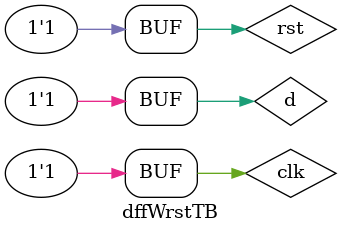
<source format=v>
`timescale 1ns/1ns

module dffWrstTB ();
    reg d, clk, rst;
    wire q;
    dffWithRst uut (d, clk, rst, q);
    initial begin
        d = 0;
        clk = 0;
        rst = 0;
        #100;
        clk = ~clk;
        #100;
        clk = ~clk;
        d = 1;
        #100;
        clk = ~clk;
        #100;
        clk = ~clk;
        d = 0;
        #100;
        clk = ~clk;
        #100;
        clk = ~clk;
        d = 1;
        #100;
        clk = ~clk;
        #100;
        clk = ~clk;
        rst = 1;
        #100;
        clk = ~clk;
        d = 0;
        #100;
        clk = ~clk;
        d = 1;
       repeat(5) #100 clk = ~clk;
    end
endmodule
        

</source>
